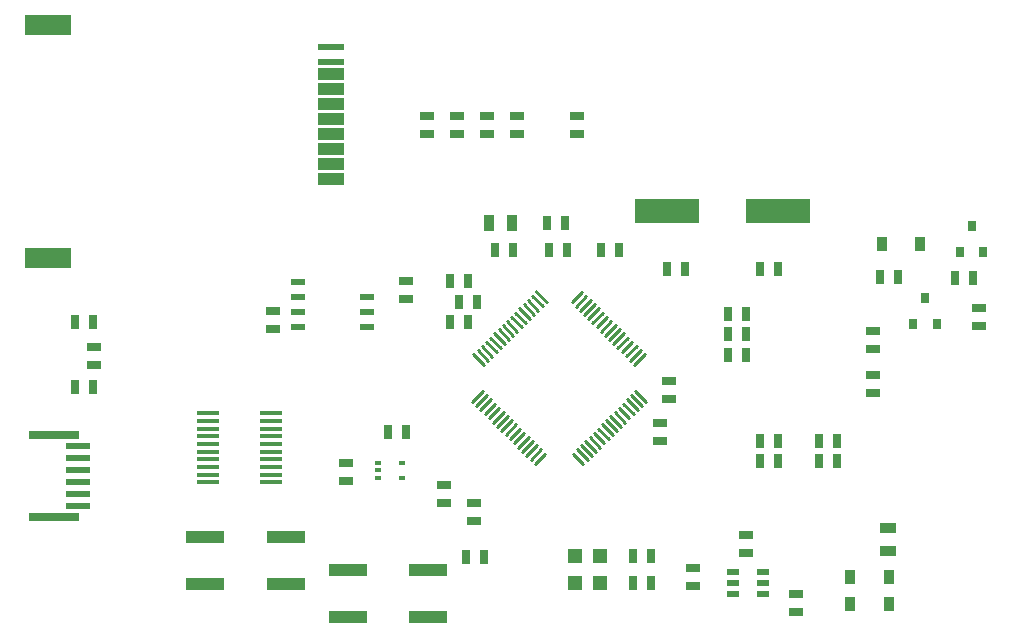
<source format=gtp>
G04 (created by PCBNEW-RS274X (2011-05-25)-stable) date Mon 14 Nov 2011 21:00:14 CET*
G01*
G70*
G90*
%MOIN*%
G04 Gerber Fmt 3.4, Leading zero omitted, Abs format*
%FSLAX34Y34*%
G04 APERTURE LIST*
%ADD10C,0.006000*%
%ADD11R,0.078700X0.023600*%
%ADD12R,0.165400X0.027600*%
%ADD13R,0.216500X0.078700*%
%ADD14R,0.045000X0.025000*%
%ADD15R,0.025000X0.045000*%
%ADD16R,0.035000X0.055000*%
%ADD17R,0.055000X0.035000*%
%ADD18R,0.035800X0.048000*%
%ADD19R,0.047200X0.023600*%
%ADD20C,0.009800*%
%ADD21R,0.031500X0.035400*%
%ADD22R,0.126000X0.039400*%
%ADD23R,0.090600X0.039400*%
%ADD24R,0.090600X0.019700*%
%ADD25R,0.157500X0.066900*%
%ADD26R,0.074800X0.016000*%
%ADD27R,0.020000X0.012000*%
%ADD28R,0.043300X0.023600*%
%ADD29R,0.047200X0.047200*%
G04 APERTURE END LIST*
G54D10*
G54D11*
X16929Y-49607D03*
X16929Y-50000D03*
X16929Y-50394D03*
X16929Y-50788D03*
X16929Y-51182D03*
X16929Y-51575D03*
G54D12*
X16102Y-49213D03*
X16102Y-51969D03*
G54D13*
X40250Y-41750D03*
X36550Y-41750D03*
G54D14*
X23425Y-45074D03*
X23425Y-45674D03*
X27854Y-44690D03*
X27854Y-44090D03*
G54D15*
X46150Y-44000D03*
X46750Y-44000D03*
X36000Y-53250D03*
X35400Y-53250D03*
X36000Y-54150D03*
X35400Y-54150D03*
X29850Y-53300D03*
X30450Y-53300D03*
X33200Y-43050D03*
X32600Y-43050D03*
X41629Y-49409D03*
X42229Y-49409D03*
X41629Y-50098D03*
X42229Y-50098D03*
G54D14*
X33550Y-38600D03*
X33550Y-39200D03*
X31550Y-38600D03*
X31550Y-39200D03*
X30550Y-38600D03*
X30550Y-39200D03*
X29550Y-38600D03*
X29550Y-39200D03*
X28550Y-38600D03*
X28550Y-39200D03*
X43400Y-46350D03*
X43400Y-45750D03*
X46950Y-45600D03*
X46950Y-45000D03*
G54D15*
X44250Y-43950D03*
X43650Y-43950D03*
X32550Y-42150D03*
X33150Y-42150D03*
G54D14*
X39173Y-53154D03*
X39173Y-52554D03*
X37400Y-53650D03*
X37400Y-54250D03*
X36614Y-47436D03*
X36614Y-48036D03*
X30100Y-51500D03*
X30100Y-52100D03*
G54D15*
X36550Y-43700D03*
X37150Y-43700D03*
X40250Y-43700D03*
X39650Y-43700D03*
X29926Y-45472D03*
X29326Y-45472D03*
X38578Y-45177D03*
X39178Y-45177D03*
G54D14*
X40846Y-54523D03*
X40846Y-55123D03*
G54D15*
X40261Y-49409D03*
X39661Y-49409D03*
X30221Y-44783D03*
X29621Y-44783D03*
X40261Y-50098D03*
X39661Y-50098D03*
X34950Y-43050D03*
X34350Y-43050D03*
X38578Y-46555D03*
X39178Y-46555D03*
G54D14*
X36319Y-49414D03*
X36319Y-48814D03*
G54D15*
X30800Y-43050D03*
X31400Y-43050D03*
G54D14*
X43406Y-47839D03*
X43406Y-47239D03*
X29100Y-50900D03*
X29100Y-51500D03*
G54D15*
X38578Y-45866D03*
X39178Y-45866D03*
X29926Y-44094D03*
X29326Y-44094D03*
G54D16*
X31375Y-42150D03*
X30625Y-42150D03*
G54D17*
X43900Y-52325D03*
X43900Y-53075D03*
G54D18*
X42655Y-54850D03*
X43945Y-54850D03*
X42655Y-53950D03*
X43945Y-53950D03*
X43705Y-42850D03*
X44995Y-42850D03*
G54D19*
X26536Y-45632D03*
X26536Y-45132D03*
X26536Y-44632D03*
X24252Y-44132D03*
X24252Y-44632D03*
X24252Y-45132D03*
X24252Y-45632D03*
G54D10*
G36*
X32183Y-44375D02*
X32607Y-44799D01*
X32537Y-44869D01*
X32113Y-44445D01*
X32183Y-44375D01*
X32183Y-44375D01*
G37*
G54D20*
X32397Y-44938D02*
X32043Y-44584D01*
X32258Y-45078D02*
X31904Y-44724D01*
X32119Y-45217D02*
X31765Y-44863D01*
X31979Y-45356D02*
X31625Y-45002D01*
X31841Y-45495D02*
X31487Y-45141D01*
X31701Y-45634D02*
X31347Y-45280D01*
X31562Y-45774D02*
X31208Y-45420D01*
X31423Y-45913D02*
X31069Y-45559D01*
X31284Y-46052D02*
X30930Y-45698D01*
X31144Y-46191D02*
X30790Y-45837D01*
X31006Y-46330D02*
X30652Y-45976D01*
X30866Y-46469D02*
X30512Y-46115D01*
X30727Y-46609D02*
X30373Y-46255D01*
X30588Y-46748D02*
X30234Y-46394D01*
X30448Y-46887D02*
X30094Y-46533D01*
X30404Y-47759D02*
X30050Y-48113D01*
X30543Y-47898D02*
X30189Y-48252D01*
X30683Y-48037D02*
X30329Y-48391D01*
X30822Y-48177D02*
X30468Y-48531D01*
X30961Y-48316D02*
X30607Y-48670D01*
X31100Y-48454D02*
X30746Y-48808D01*
X31239Y-48594D02*
X30885Y-48948D01*
X31378Y-48733D02*
X31024Y-49087D01*
X31518Y-48872D02*
X31164Y-49226D01*
X31657Y-49012D02*
X31303Y-49366D01*
X31796Y-49151D02*
X31442Y-49505D01*
X31935Y-49290D02*
X31581Y-49644D01*
X32074Y-49429D02*
X31720Y-49783D01*
X32213Y-49568D02*
X31859Y-49922D01*
X32353Y-49707D02*
X31999Y-50061D01*
X32492Y-49847D02*
X32138Y-50201D01*
X33762Y-50201D02*
X33408Y-49847D01*
X33901Y-50061D02*
X33547Y-49707D01*
X34041Y-49922D02*
X33687Y-49568D01*
X34180Y-49783D02*
X33826Y-49429D01*
X34319Y-49644D02*
X33965Y-49290D01*
X34458Y-49505D02*
X34104Y-49151D01*
X34597Y-49366D02*
X34243Y-49012D01*
X34736Y-49226D02*
X34382Y-48872D01*
X34876Y-49087D02*
X34522Y-48733D01*
X35015Y-48948D02*
X34661Y-48594D01*
X35154Y-48808D02*
X34800Y-48454D01*
X35293Y-48670D02*
X34939Y-48316D01*
X35432Y-48531D02*
X35078Y-48177D01*
X35571Y-48391D02*
X35217Y-48037D01*
X35711Y-48252D02*
X35357Y-47898D01*
X35850Y-48113D02*
X35496Y-47759D01*
X35806Y-46533D02*
X35452Y-46887D01*
X35666Y-46394D02*
X35312Y-46748D01*
X35388Y-46115D02*
X35034Y-46469D01*
X35532Y-46250D02*
X35178Y-46604D01*
X35248Y-45976D02*
X34894Y-46330D01*
X35110Y-45837D02*
X34756Y-46191D01*
X34970Y-45698D02*
X34616Y-46052D01*
X34831Y-45559D02*
X34477Y-45913D01*
X34692Y-45420D02*
X34338Y-45774D01*
X34553Y-45280D02*
X34199Y-45634D01*
X34415Y-45143D02*
X34061Y-45497D01*
X34276Y-45004D02*
X33922Y-45358D01*
X34137Y-44865D02*
X33783Y-45219D01*
X33997Y-44725D02*
X33643Y-45079D01*
X33859Y-44587D02*
X33505Y-44941D01*
X33720Y-44447D02*
X33366Y-44801D01*
G54D21*
X46306Y-43133D03*
X47094Y-43133D03*
X46700Y-42267D03*
X44756Y-45533D03*
X45544Y-45533D03*
X45150Y-44667D03*
G54D22*
X21161Y-54187D03*
X21161Y-52613D03*
X23839Y-52613D03*
X23839Y-54187D03*
X25911Y-55287D03*
X25911Y-53713D03*
X28589Y-53713D03*
X28589Y-55287D03*
G54D23*
X25353Y-40694D03*
X25353Y-40194D03*
X25353Y-39194D03*
X25353Y-39694D03*
X25353Y-38694D03*
X25353Y-38194D03*
X25353Y-37694D03*
X25353Y-37194D03*
G54D24*
X25353Y-36800D03*
X25353Y-36289D03*
G54D25*
X15904Y-35572D03*
X15904Y-43328D03*
G54D26*
X21250Y-48500D03*
X21250Y-48750D03*
X21250Y-49010D03*
X21250Y-49270D03*
X21250Y-49520D03*
X21250Y-49780D03*
X21250Y-50040D03*
X21250Y-50290D03*
X21250Y-50550D03*
X21250Y-50800D03*
X23350Y-50800D03*
X23350Y-50550D03*
X23350Y-50290D03*
X23350Y-50040D03*
X23350Y-49780D03*
X23350Y-49520D03*
X23350Y-49270D03*
X23350Y-49010D03*
X23350Y-48750D03*
X23350Y-48500D03*
G54D15*
X27259Y-49114D03*
X27859Y-49114D03*
X16826Y-45472D03*
X17426Y-45472D03*
G54D14*
X17450Y-46900D03*
X17450Y-46300D03*
G54D15*
X16826Y-47638D03*
X17426Y-47638D03*
G54D14*
X25850Y-50150D03*
X25850Y-50750D03*
G54D27*
X26900Y-50150D03*
X26900Y-50650D03*
X27700Y-50150D03*
X26900Y-50400D03*
X27700Y-50650D03*
G54D28*
X38738Y-53776D03*
X38738Y-54150D03*
X38738Y-54524D03*
X39762Y-53776D03*
X39762Y-54150D03*
X39762Y-54524D03*
G54D29*
X34313Y-53250D03*
X33487Y-53250D03*
X34313Y-54150D03*
X33487Y-54150D03*
M02*

</source>
